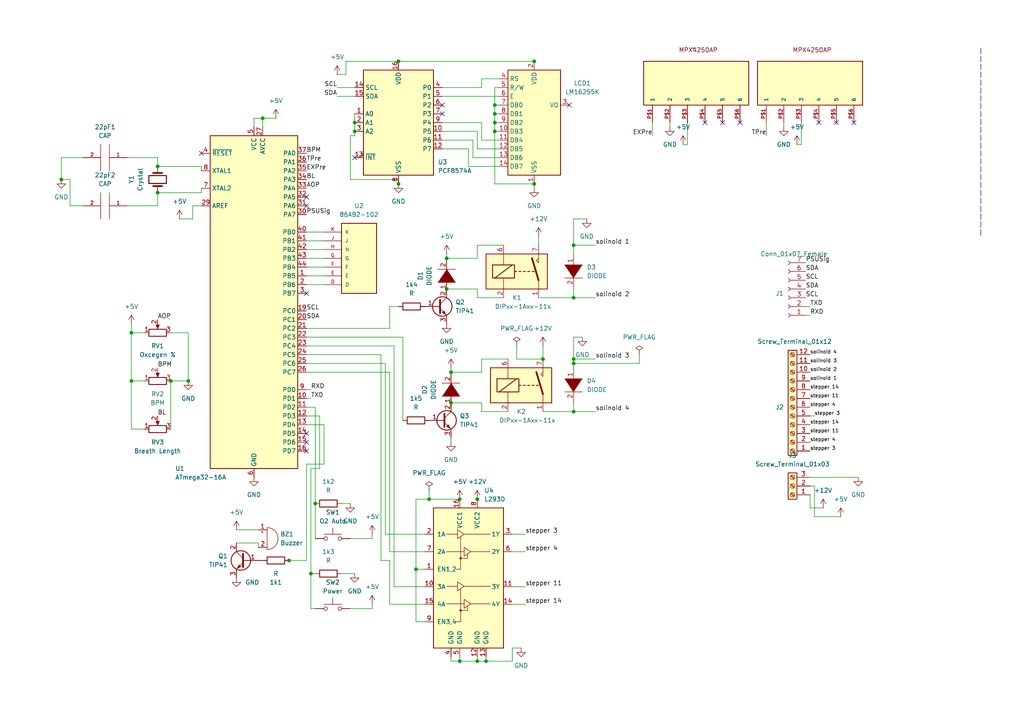
<source format=kicad_sch>
(kicad_sch (version 20211123) (generator eeschema)
  (paper "A4")
  (title_block (title "Smart Ventilator") (date "2022-06-04"))
  (lib_symbols
    (symbol "86AB2-102:86AB2-102" (pin_names (offset 1.016))
      (property "Reference" "U" (at -5.08 10.922 0))
      (property "Value" "86AB2-102" (at -5.08 -10.922 0))
      (symbol "86AB2-102_0_0"
        (pin bidirectional line (at -10.16 7.62 0) (length 5.08) (name "D") (number "D"))
        (pin bidirectional line (at -10.16 5.08 0) (length 5.08) (name "E") (number "E"))
        (pin bidirectional line (at -10.16 2.54 0) (length 5.08) (name "F") (number "F"))
        (pin bidirectional line (at -10.16 0 0) (length 5.08) (name "G") (number "G"))
        (pin bidirectional line (at -10.16 -2.54 0) (length 5.08) (name "H") (number "H"))
        (pin bidirectional line (at -10.16 -5.08 0) (length 5.08) (name "J") (number "J"))
        (pin bidirectional line (at -10.16 -7.62 0) (length 5.08) (name "K") (number "K"))
      )
    )
    (symbol "Connector:Conn_01x07_Female" (pin_names (offset 1.016) hide)
      (property "Reference" "J" (at 0 10.16 0))
      (property "Value" "Conn_01x07_Female" (at 0 -10.16 0))
      (symbol "Conn_01x07_Female_1_1"
        (pin passive line (at -5.08 7.62 0) (length 3.81) (name "Pin_1") (number "1"))
        (pin passive line (at -5.08 5.08 0) (length 3.81) (name "Pin_2") (number "2"))
        (pin passive line (at -5.08 2.54 0) (length 3.81) (name "Pin_3") (number "3"))
        (pin passive line (at -5.08 0 0) (length 3.81) (name "Pin_4") (number "4"))
        (pin passive line (at -5.08 -2.54 0) (length 3.81) (name "Pin_5") (number "5"))
        (pin passive line (at -5.08 -5.08 0) (length 3.81) (name "Pin_6") (number "6"))
        (pin passive line (at -5.08 -7.62 0) (length 3.81) (name "Pin_7") (number "7"))
      )
    )
    (symbol "Connector:Screw_Terminal_01x03" (pin_names (offset 1.016) hide)
      (property "Reference" "J" (at 0 5.08 0))
      (property "Value" "Screw_Terminal_01x03" (at 0 -5.08 0))
      (symbol "Screw_Terminal_01x03_1_1"
        (pin passive line (at -5.08 2.54 0) (length 3.81) (name "Pin_1") (number "1"))
        (pin passive line (at -5.08 0 0) (length 3.81) (name "Pin_2") (number "2"))
        (pin passive line (at -5.08 -2.54 0) (length 3.81) (name "Pin_3") (number "3"))
      )
    )
    (symbol "Connector:Screw_Terminal_01x12" (pin_names (offset 1.016) hide)
      (property "Reference" "J" (at 0 15.24 0))
      (property "Value" "Screw_Terminal_01x12" (at 0 -17.78 0))
      (symbol "Screw_Terminal_01x12_1_1"
        (pin passive line (at -5.08 12.7 0) (length 3.81) (name "Pin_1") (number "1"))
        (pin passive line (at -5.08 -10.16 0) (length 3.81) (name "Pin_10") (number "10"))
        (pin passive line (at -5.08 -12.7 0) (length 3.81) (name "Pin_11") (number "11"))
        (pin passive line (at -5.08 -15.24 0) (length 3.81) (name "Pin_12") (number "12"))
        (pin passive line (at -5.08 10.16 0) (length 3.81) (name "Pin_2") (number "2"))
        (pin passive line (at -5.08 7.62 0) (length 3.81) (name "Pin_3") (number "3"))
        (pin passive line (at -5.08 5.08 0) (length 3.81) (name "Pin_4") (number "4"))
        (pin passive line (at -5.08 2.54 0) (length 3.81) (name "Pin_5") (number "5"))
        (pin passive line (at -5.08 0 0) (length 3.81) (name "Pin_6") (number "6"))
        (pin passive line (at -5.08 -2.54 0) (length 3.81) (name "Pin_7") (number "7"))
        (pin passive line (at -5.08 -5.08 0) (length 3.81) (name "Pin_8") (number "8"))
        (pin passive line (at -5.08 -7.62 0) (length 3.81) (name "Pin_9") (number "9"))
      )
    )
    (symbol "Device:Buzzer" (pin_names (offset 0.0254) hide)
      (property "Reference" "BZ" (at 3.81 1.27 0))
      (property "Value" "Buzzer" (at 3.81 -1.27 0))
      (symbol "Buzzer_1_1"
        (pin passive line (at -2.54 2.54 0) (length 2.54) (name "-") (number "1"))
        (pin passive line (at -2.54 -2.54 0) (length 2.54) (name "+") (number "2"))
      )
    )
    (symbol "Device:Crystal" (pin_numbers hide) (pin_names (offset 1.016) hide)
      (property "Reference" "Y" (at 0 3.81 0))
      (property "Value" "Crystal" (at 0 -3.81 0))
      (symbol "Crystal_1_1"
        (pin passive line (at -3.81 0 0) (length 1.27) (name "1") (number "1"))
        (pin passive line (at 3.81 0 180) (length 1.27) (name "2") (number "2"))
      )
    )
    (symbol "Device:R" (pin_numbers hide) (pin_names (offset 0))
      (property "Reference" "R" (at 2.032 0 90))
      (property "Value" "R" (at 0 0 90))
      (symbol "R_1_1"
        (pin passive line (at 0 3.81 270) (length 1.27) (name "~") (number "1"))
        (pin passive line (at 0 -3.81 90) (length 1.27) (name "~") (number "2"))
      )
    )
    (symbol "Device:R_Potentiometer" (pin_names (offset 1.016) hide)
      (property "Reference" "RV" (at -4.445 0 90))
      (property "Value" "R_Potentiometer" (at -2.54 0 90))
      (symbol "R_Potentiometer_1_1"
        (pin passive line (at 0 3.81 270) (length 1.27) (name "1") (number "1"))
        (pin passive line (at 3.81 0 180) (length 1.27) (name "2") (number "2"))
        (pin passive line (at 0 -3.81 90) (length 1.27) (name "3") (number "3"))
      )
    )
    (symbol "Display_Character:LM16255K"
      (property "Reference" "U" (at -6.35 16.51 0))
      (property "Value" "LM16255K" (at 4.318 16.51 0))
      (symbol "LM16255K_1_1"
        (pin power_in line (at 0 -17.78 90) (length 2.54) (name "VSS") (number "1"))
        (pin bidirectional line (at -10.16 -2.54 0) (length 2.54) (name "DB3") (number "10"))
        (pin bidirectional line (at -10.16 -5.08 0) (length 2.54) (name "DB4") (number "11"))
        (pin bidirectional line (at -10.16 -7.62 0) (length 2.54) (name "DB5") (number "12"))
        (pin bidirectional line (at -10.16 -10.16 0) (length 2.54) (name "DB6") (number "13"))
        (pin bidirectional line (at -10.16 -12.7 0) (length 2.54) (name "DB7") (number "14"))
        (pin power_in line (at 0 17.78 270) (length 2.54) (name "VDD") (number "2"))
        (pin power_in line (at 10.16 5.08 180) (length 2.54) (name "VO") (number "3"))
        (pin input line (at -10.16 12.7 0) (length 2.54) (name "RS") (number "4"))
        (pin input line (at -10.16 10.16 0) (length 2.54) (name "R/W") (number "5"))
        (pin input line (at -10.16 7.62 0) (length 2.54) (name "E") (number "6"))
        (pin bidirectional line (at -10.16 5.08 0) (length 2.54) (name "DB0") (number "7"))
        (pin bidirectional line (at -10.16 2.54 0) (length 2.54) (name "DB1") (number "8"))
        (pin bidirectional line (at -10.16 0 0) (length 2.54) (name "DB2") (number "9"))
      )
    )
    (symbol "Driver_Motor:L293D" (pin_names (offset 1.016))
      (property "Reference" "U" (at -5.08 26.035 0))
      (property "Value" "L293D" (at -5.08 24.13 0))
      (symbol "L293D_1_1"
        (pin input line (at -12.7 5.08 0) (length 2.54) (name "EN1,2") (number "1"))
        (pin input line (at -12.7 0 0) (length 2.54) (name "3A") (number "10"))
        (pin output line (at 12.7 0 180) (length 2.54) (name "3Y") (number "11"))
        (pin power_in line (at 2.54 -20.32 90) (length 2.54) (name "GND") (number "12"))
        (pin power_in line (at 5.08 -20.32 90) (length 2.54) (name "GND") (number "13"))
        (pin output line (at 12.7 -5.08 180) (length 2.54) (name "4Y") (number "14"))
        (pin input line (at -12.7 -5.08 0) (length 2.54) (name "4A") (number "15"))
        (pin power_in line (at -2.54 25.4 270) (length 2.54) (name "VCC1") (number "16"))
        (pin input line (at -12.7 15.24 0) (length 2.54) (name "1A") (number "2"))
        (pin output line (at 12.7 15.24 180) (length 2.54) (name "1Y") (number "3"))
        (pin power_in line (at -5.08 -20.32 90) (length 2.54) (name "GND") (number "4"))
        (pin power_in line (at -2.54 -20.32 90) (length 2.54) (name "GND") (number "5"))
        (pin output line (at 12.7 10.16 180) (length 2.54) (name "2Y") (number "6"))
        (pin input line (at -12.7 10.16 0) (length 2.54) (name "2A") (number "7"))
        (pin power_in line (at 2.54 25.4 270) (length 2.54) (name "VCC2") (number "8"))
        (pin input line (at -12.7 -10.16 0) (length 2.54) (name "EN3,4") (number "9"))
      )
    )
    (symbol "Interface_Expansion:PCF8574A"
      (property "Reference" "U" (at -8.89 16.51 0))
      (property "Value" "PCF8574A" (at 2.54 16.51 0))
      (symbol "PCF8574A_1_1"
        (pin input line (at -12.7 2.54 0) (length 2.54) (name "A0") (number "1"))
        (pin bidirectional line (at 12.7 -2.54 180) (length 2.54) (name "P5") (number "10"))
        (pin bidirectional line (at 12.7 -5.08 180) (length 2.54) (name "P6") (number "11"))
        (pin bidirectional line (at 12.7 -7.62 180) (length 2.54) (name "P7") (number "12"))
        (pin open_collector output_low (at -12.7 -10.16 0) (length 2.54) (name "~{INT}") (number "13"))
        (pin input line (at -12.7 10.16 0) (length 2.54) (name "SCL") (number "14"))
        (pin bidirectional line (at -12.7 7.62 0) (length 2.54) (name "SDA") (number "15"))
        (pin power_in line (at 0 17.78 270) (length 2.54) (name "VDD") (number "16"))
        (pin input line (at -12.7 0 0) (length 2.54) (name "A1") (number "2"))
        (pin input line (at -12.7 -2.54 0) (length 2.54) (name "A2") (number "3"))
        (pin bidirectional line (at 12.7 10.16 180) (length 2.54) (name "P0") (number "4"))
        (pin bidirectional line (at 12.7 7.62 180) (length 2.54) (name "P1") (number "5"))
        (pin bidirectional line (at 12.7 5.08 180) (length 2.54) (name "P2") (number "6"))
        (pin bidirectional line (at 12.7 2.54 180) (length 2.54) (name "P3") (number "7"))
        (pin power_in line (at 0 -17.78 90) (length 2.54) (name "VSS") (number "8"))
        (pin bidirectional line (at 12.7 0 180) (length 2.54) (name "P4") (number "9"))
      )
    )
    (symbol "MCU_Microchip_ATmega:ATmega32-16A"
      (property "Reference" "U" (at -12.7 49.53 0))
      (property "Value" "ATmega32-16A" (at 2.54 -49.53 0))
      (symbol "ATmega32-16A_1_1"
        (pin bidirectional line (at 15.24 7.62 180) (length 2.54) (name "PB5") (number "1"))
        (pin bidirectional line (at 15.24 -27.94 180) (length 2.54) (name "PD1") (number "10"))
        (pin bidirectional line (at 15.24 -30.48 180) (length 2.54) (name "PD2") (number "11"))
        (pin bidirectional line (at 15.24 -33.02 180) (length 2.54) (name "PD3") (number "12"))
        (pin bidirectional line (at 15.24 -35.56 180) (length 2.54) (name "PD4") (number "13"))
        (pin bidirectional line (at 15.24 -38.1 180) (length 2.54) (name "PD5") (number "14"))
        (pin bidirectional line (at 15.24 -40.64 180) (length 2.54) (name "PD6") (number "15"))
        (pin bidirectional line (at 15.24 -43.18 180) (length 2.54) (name "PD7") (number "16"))
        (pin passive line (at 0 50.8 270) (length 2.54) hide (name "VCC") (number "17"))
        (pin passive line (at 0 -50.8 90) (length 2.54) hide (name "GND") (number "18"))
        (pin bidirectional line (at 15.24 -2.54 180) (length 2.54) (name "PC0") (number "19"))
        (pin bidirectional line (at 15.24 5.08 180) (length 2.54) (name "PB6") (number "2"))
        (pin bidirectional line (at 15.24 -5.08 180) (length 2.54) (name "PC1") (number "20"))
        (pin bidirectional line (at 15.24 -7.62 180) (length 2.54) (name "PC2") (number "21"))
        (pin bidirectional line (at 15.24 -10.16 180) (length 2.54) (name "PC3") (number "22"))
        (pin bidirectional line (at 15.24 -12.7 180) (length 2.54) (name "PC4") (number "23"))
        (pin bidirectional line (at 15.24 -15.24 180) (length 2.54) (name "PC5") (number "24"))
        (pin bidirectional line (at 15.24 -17.78 180) (length 2.54) (name "PC6") (number "25"))
        (pin bidirectional line (at 15.24 -20.32 180) (length 2.54) (name "PC7") (number "26"))
        (pin power_in line (at 2.54 50.8 270) (length 2.54) (name "AVCC") (number "27"))
        (pin passive line (at 0 -50.8 90) (length 2.54) hide (name "GND") (number "28"))
        (pin passive line (at -15.24 27.94 0) (length 2.54) (name "AREF") (number "29"))
        (pin bidirectional line (at 15.24 2.54 180) (length 2.54) (name "PB7") (number "3"))
        (pin bidirectional line (at 15.24 25.4 180) (length 2.54) (name "PA7") (number "30"))
        (pin bidirectional line (at 15.24 27.94 180) (length 2.54) (name "PA6") (number "31"))
        (pin bidirectional line (at 15.24 30.48 180) (length 2.54) (name "PA5") (number "32"))
        (pin bidirectional line (at 15.24 33.02 180) (length 2.54) (name "PA4") (number "33"))
        (pin bidirectional line (at 15.24 35.56 180) (length 2.54) (name "PA3") (number "34"))
        (pin bidirectional line (at 15.24 38.1 180) (length 2.54) (name "PA2") (number "35"))
        (pin bidirectional line (at 15.24 40.64 180) (length 2.54) (name "PA1") (number "36"))
        (pin bidirectional line (at 15.24 43.18 180) (length 2.54) (name "PA0") (number "37"))
        (pin passive line (at 0 50.8 270) (length 2.54) hide (name "VCC") (number "38"))
        (pin passive line (at 0 -50.8 90) (length 2.54) hide (name "GND") (number "39"))
        (pin input line (at -15.24 43.18 0) (length 2.54) (name "~{RESET}") (number "4"))
        (pin bidirectional line (at 15.24 20.32 180) (length 2.54) (name "PB0") (number "40"))
        (pin bidirectional line (at 15.24 17.78 180) (length 2.54) (name "PB1") (number "41"))
        (pin bidirectional line (at 15.24 15.24 180) (length 2.54) (name "PB2") (number "42"))
        (pin bidirectional line (at 15.24 12.7 180) (length 2.54) (name "PB3") (number "43"))
        (pin bidirectional line (at 15.24 10.16 180) (length 2.54) (name "PB4") (number "44"))
        (pin power_in line (at 0 50.8 270) (length 2.54) (name "VCC") (number "5"))
        (pin power_in line (at 0 -50.8 90) (length 2.54) (name "GND") (number "6"))
        (pin output line (at -15.24 33.02 0) (length 2.54) (name "XTAL2") (number "7"))
        (pin input line (at -15.24 38.1 0) (length 2.54) (name "XTAL1") (number "8"))
        (pin bidirectional line (at 15.24 -25.4 180) (length 2.54) (name "PD0") (number "9"))
      )
    )
    (symbol "MPX4250AP:MPX4250AP" (pin_names (offset 1.016))
      (symbol "MPX4250AP_0_0"
        (text "MPX4250AP" (at -5.08 7.62 0) (effects (font (size 1.27 1.27)) (justify left bottom)))
        (pin bidirectional line (at -12.7 -12.7 90) (length 5.08) (name "1") (number "P$1"))
        (pin bidirectional line (at -7.62 -12.7 90) (length 5.08) (name "2") (number "P$2"))
        (pin bidirectional line (at -2.54 -12.7 90) (length 5.08) (name "3") (number "P$3"))
        (pin bidirectional line (at 2.54 -12.7 90) (length 5.08) (name "4") (number "P$4"))
        (pin bidirectional line (at 7.62 -12.7 90) (length 5.08) (name "5") (number "P$5"))
        (pin bidirectional line (at 12.7 -12.7 90) (length 5.08) (name "6") (number "P$6"))
      )
    )
    (symbol "Relay:DIPxx-1Axx-11x"
      (property "Reference" "K" (at 8.89 3.81 0))
      (property "Value" "DIPxx-1Axx-11x" (at 8.89 1.27 0))
      (symbol "DIPxx-1Axx-11x_1_1"
        (pin passive line (at 5.08 -7.62 90) (length 2.54) (name "~") (number "1"))
        (pin passive line (at 5.08 -7.62 90) (length 2.54) hide (name "~") (number "14"))
        (pin passive line (at -5.08 -7.62 90) (length 2.54) (name "~") (number "2"))
        (pin passive line (at -5.08 7.62 270) (length 2.54) (name "~") (number "6"))
        (pin passive line (at 5.08 7.62 270) (length 2.54) (name "~") (number "7"))
        (pin passive line (at 5.08 7.62 270) (length 2.54) hide (name "~") (number "8"))
      )
    )
    (symbol "Switch:SW_Push" (pin_numbers hide) (pin_names (offset 1.016) hide)
      (property "Reference" "SW" (at 1.27 2.54 0))
      (property "Value" "SW_Push" (at 0 -1.524 0))
      (symbol "SW_Push_0_1"
        (pin passive line (at -5.08 0 0) (length 2.54) (name "1") (number "1"))
        (pin passive line (at 5.08 0 180) (length 2.54) (name "2") (number "2"))
      )
    )
    (symbol "Transistor_BJT:TIP41" (pin_names (offset 0) hide)
      (property "Reference" "Q" (at 6.35 1.905 0))
      (property "Value" "TIP41" (at 6.35 0 0))
      (symbol "TIP41_1_1"
        (pin input line (at -5.08 0 0) (length 5.715) (name "B") (number "1"))
        (pin passive line (at 2.54 5.08 270) (length 2.54) (name "C") (number "2"))
        (pin passive line (at 2.54 -5.08 90) (length 2.54) (name "E") (number "3"))
      )
    )
    (symbol "power:+12V" (power) (pin_names (offset 0))
      (property "Value" "+12V" (at 0 3.556 0))
      (symbol "+12V_1_1"
        (pin power_in line (at 0 0 90) (length 0) hide (name "+12V") (number "1"))
      )
    )
    (symbol "power:+5V" (power) (pin_names (offset 0))
      (property "Value" "+5V" (at 0 3.556 0))
      (symbol "+5V_1_1"
        (pin power_in line (at 0 0 90) (length 0) hide (name "+5V") (number "1"))
      )
    )
    (symbol "power:GND" (power) (pin_names (offset 0))
      (property "Value" "GND" (at 0 -3.81 0))
      (symbol "GND_1_1"
        (pin power_in line (at 0 0 270) (length 0) hide (name "GND") (number "1"))
      )
    )
    (symbol "power:PWR_FLAG" (power) (pin_numbers hide) (pin_names (offset 0) hide)
      (property "Value" "PWR_FLAG" (at 0 3.81 0))
      (symbol "PWR_FLAG_0_0"
        (pin power_out line (at 0 0 90) (length 0) (name "pwr") (number "1"))
      )
    )
    (symbol "pspice:CAP" (pin_names (offset 0.254))
      (property "Reference" "C" (at 2.54 3.81 90))
      (property "Value" "CAP" (at 2.54 -3.81 90))
      (symbol "CAP_1_1"
        (pin passive line (at 0 6.35 270) (length 5.08) (name "~") (number "1"))
        (pin passive line (at 0 -6.35 90) (length 5.08) (name "~") (number "2"))
      )
    )
    (symbol "pspice:DIODE" (pin_names (offset 1.016) hide)
      (property "Reference" "D" (at 0 3.81 0))
      (property "Value" "DIODE" (at 0 -4.445 0))
      (symbol "DIODE_1_1"
        (pin input line (at -5.08 0 0) (length 3.81) (name "K") (number "1"))
        (pin input line (at 5.08 0 180) (length 3.81) (name "A") (number "2"))
      )
    )
  )
  (junction (at 166.37 119.38))
  (junction (at 45.72 55.88))
  (junction (at 54.61 110.49))
  (junction (at 49.53 110.49))
  (junction (at 90.17 166.37))
  (junction (at 166.37 86.36))
  (junction (at 130.81 116.84))
  (junction (at 45.72 48.26))
  (junction (at 17.78 52.07))
  (junction (at 143.51 33.02))
  (junction (at 120.65 165.1))
  (junction (at 138.43 191.77))
  (junction (at 76.2 34.29))
  (junction (at 143.51 38.1))
  (junction (at 83.82 162.56))
  (junction (at 129.54 74.93))
  (junction (at 154.94 17.78))
  (junction (at 133.35 144.78))
  (junction (at 115.57 17.78))
  (junction (at 38.1 96.52))
  (junction (at 91.44 146.05))
  (junction (at 102.87 38.1))
  (junction (at 166.37 71.12))
  (junction (at 143.51 30.48))
  (junction (at 157.48 104.14))
  (junction (at 115.57 53.34))
  (junction (at 166.37 104.14))
  (junction (at 140.97 191.77))
  (junction (at 154.94 53.34))
  (junction (at 138.43 144.78))
  (junction (at 124.46 144.78))
  (junction (at 143.51 35.56))
  (junction (at 129.54 83.82))
  (junction (at 133.35 191.77))
  (junction (at 130.81 107.95))
  (junction (at 166.37 105.41))
  (junction (at 102.87 35.56))
  (junction (at 38.1 110.49))
  (no_connect (at 209.55 35.56))
  (no_connect (at 204.47 35.56))
  (no_connect (at 237.49 35.56))
  (no_connect (at 247.65 35.56))
  (no_connect (at 242.57 35.56))
  (no_connect (at 88.9 57.15))
  (no_connect (at 102.87 45.72))
  (no_connect (at 214.63 35.56))
  (no_connect (at 58.42 44.45))
  (no_connect (at 88.9 85.09))
  (no_connect (at 88.9 59.69))
  (no_connect (at 88.9 125.73))
  (no_connect (at 88.9 130.81))
  (no_connect (at 88.9 128.27))
  (no_connect (at 165.1 30.48))
  (no_connect (at 128.27 30.48))
  (no_connect (at 128.27 33.02))
  (wire (pts (xy 111.76 105.41) (xy 111.76 154.94)))
  (wire (pts (xy 91.44 118.11) (xy 91.44 146.05)))
  (wire (pts (xy 138.43 43.18) (xy 144.78 43.18)))
  (wire (pts (xy 138.43 74.93) (xy 138.43 71.12)))
  (wire (pts (xy 172.72 104.14) (xy 166.37 104.14)))
  (wire (pts (xy 194.31 35.56) (xy 194.31 36.83)))
  (wire (pts (xy 130.81 191.77) (xy 133.35 191.77)))
  (wire (pts (xy 90.17 166.37) (xy 90.17 176.53)))
  (wire (pts (xy 88.9 123.19) (xy 93.98 123.19)))
  (wire (pts (xy 101.6 39.37) (xy 101.6 52.07)))
  (wire (pts (xy 139.7 40.64) (xy 144.78 40.64)))
  (wire (pts (xy 58.42 48.26) (xy 58.42 49.53)))
  (wire (pts (xy 139.7 35.56) (xy 139.7 40.64)))
  (wire (pts (xy 139.7 107.95) (xy 139.7 104.14)))
  (wire (pts (xy 143.51 38.1) (xy 144.78 38.1)))
  (wire (pts (xy 55.88 63.5) (xy 55.88 59.69)))
  (wire (pts (xy 149.86 104.14) (xy 157.48 104.14)))
  (wire (pts (xy 73.66 34.29) (xy 76.2 34.29)))
  (wire (pts (xy 97.79 27.94) (xy 102.87 27.94)))
  (wire (pts (xy 130.81 106.68) (xy 130.81 107.95)))
  (wire (pts (xy 88.9 115.57) (xy 90.17 115.57)))
  (wire (pts (xy 36.83 59.69) (xy 45.72 59.69)))
  (wire (pts (xy 124.46 142.24) (xy 124.46 144.78)))
  (wire (pts (xy 234.95 143.51) (xy 234.95 147.32)))
  (wire (pts (xy 74.93 157.48) (xy 74.93 158.75)))
  (wire (pts (xy 123.19 165.1) (xy 120.65 165.1)))
  (wire (pts (xy 133.35 191.77) (xy 138.43 191.77)))
  (wire (pts (xy 88.9 100.33) (xy 114.3 100.33)))
  (wire (pts (xy 102.87 39.37) (xy 101.6 39.37)))
  (wire (pts (xy 88.9 74.93) (xy 93.98 74.93)))
  (wire (pts (xy 55.88 63.5) (xy 52.07 63.5)))
  (wire (pts (xy 157.48 119.38) (xy 166.37 119.38)))
  (wire (pts (xy 102.87 38.1) (xy 102.87 39.37)))
  (wire (pts (xy 88.9 95.25) (xy 113.03 95.25)))
  (wire (pts (xy 107.95 156.21) (xy 107.95 154.94)))
  (wire (pts (xy 166.37 73.66) (xy 166.37 71.12)))
  (wire (pts (xy 148.59 191.77) (xy 148.59 187.96)))
  (wire (pts (xy 97.79 21.59) (xy 100.33 21.59)))
  (wire (pts (xy 138.43 191.77) (xy 140.97 191.77)))
  (wire (pts (xy 17.78 52.07) (xy 17.78 45.72)))
  (wire (pts (xy 123.19 88.9) (xy 121.92 88.9)))
  (wire (pts (xy 90.17 176.53) (xy 91.44 176.53)))
  (wire (pts (xy 115.57 17.78) (xy 154.94 17.78)))
  (wire (pts (xy 130.81 118.11) (xy 130.81 116.84)))
  (wire (pts (xy 101.6 52.07) (xy 115.57 52.07)))
  (wire (pts (xy 138.43 83.82) (xy 129.54 83.82)))
  (wire (pts (xy 128.27 35.56) (xy 139.7 35.56)))
  (wire (pts (xy 113.03 107.95) (xy 113.03 160.02)))
  (wire (pts (xy 24.13 59.69) (xy 20.32 59.69)))
  (wire (pts (xy 234.95 88.9) (xy 233.68 88.9)))
  (wire (pts (xy 172.72 119.38) (xy 166.37 119.38)))
  (wire (pts (xy 45.72 55.88) (xy 58.42 55.88)))
  (wire (pts (xy 68.58 153.67) (xy 74.93 153.67)))
  (wire (pts (xy 143.51 33.02) (xy 143.51 35.56)))
  (wire (pts (xy 73.66 36.83) (xy 73.66 34.29)))
  (wire (pts (xy 143.51 35.56) (xy 144.78 35.56)))
  (wire (pts (xy 128.27 43.18) (xy 135.89 43.18)))
  (wire (pts (xy 140.97 190.5) (xy 140.97 191.77)))
  (wire (pts (xy 110.49 102.87) (xy 110.49 162.56)))
  (wire (pts (xy 138.43 71.12) (xy 146.05 71.12)))
  (wire (pts (xy 107.95 176.53) (xy 107.95 175.26)))
  (wire (pts (xy 236.22 140.97) (xy 234.95 140.97)))
  (wire (pts (xy 110.49 162.56) (xy 113.03 162.56)))
  (wire (pts (xy 138.43 38.1) (xy 138.43 43.18)))
  (wire (pts (xy 128.27 40.64) (xy 137.16 40.64)))
  (wire (pts (xy 166.37 86.36) (xy 166.37 83.82)))
  (wire (pts (xy 97.79 25.4) (xy 102.87 25.4)))
  (wire (pts (xy 101.6 146.05) (xy 99.06 146.05)))
  (wire (pts (xy 88.9 134.62) (xy 88.9 162.56)))
  (wire (pts (xy 130.81 107.95) (xy 139.7 107.95)))
  (wire (pts (xy 101.6 176.53) (xy 107.95 176.53)))
  (wire (pts (xy 189.23 35.56) (xy 189.23 39.37)))
  (wire (pts (xy 138.43 146.05) (xy 138.43 144.78)))
  (wire (pts (xy 140.97 191.77) (xy 148.59 191.77)))
  (wire (pts (xy 45.72 48.26) (xy 58.42 48.26)))
  (wire (pts (xy 82.55 162.56) (xy 83.82 162.56)))
  (wire (pts (xy 130.81 128.27) (xy 130.81 127)))
  (wire (pts (xy 166.37 63.5) (xy 170.18 63.5)))
  (wire (pts (xy 133.35 190.5) (xy 133.35 191.77)))
  (wire (pts (xy 166.37 119.38) (xy 166.37 116.84)))
  (wire (pts (xy 49.53 96.52) (xy 54.61 96.52)))
  (wire (pts (xy 49.53 110.49) (xy 54.61 110.49)))
  (wire (pts (xy 54.61 96.52) (xy 54.61 110.49)))
  (wire (pts (xy 88.9 105.41) (xy 111.76 105.41)))
  (wire (pts (xy 139.7 22.86) (xy 144.78 22.86)))
  (wire (pts (xy 68.58 157.48) (xy 74.93 157.48)))
  (wire (pts (xy 113.03 162.56) (xy 113.03 175.26)))
  (wire (pts (xy 234.95 91.44) (xy 233.68 91.44)))
  (wire (pts (xy 148.59 154.94) (xy 152.4 154.94)))
  (wire (pts (xy 166.37 97.79) (xy 166.37 104.14)))
  (wire (pts (xy 156.21 86.36) (xy 166.37 86.36)))
  (wire (pts (xy 93.98 134.62) (xy 88.9 134.62)))
  (wire (pts (xy 113.03 175.26) (xy 123.19 175.26)))
  (wire (pts (xy 143.51 38.1) (xy 143.51 53.34)))
  (wire (pts (xy 129.54 85.09) (xy 129.54 83.82)))
  (wire (pts (xy 91.44 146.05) (xy 91.44 156.21)))
  (wire (pts (xy 88.9 77.47) (xy 93.98 77.47)))
  (wire (pts (xy 148.59 175.26) (xy 152.4 175.26)))
  (wire (pts (xy 130.81 190.5) (xy 130.81 191.77)))
  (wire (pts (xy 154.94 54.61) (xy 154.94 53.34)))
  (wire (pts (xy 114.3 100.33) (xy 114.3 170.18)))
  (wire (pts (xy 156.21 68.58) (xy 156.21 71.12)))
  (wire (pts (xy 88.9 80.01) (xy 93.98 80.01)))
  (wire (pts (xy 90.17 135.89) (xy 90.17 166.37)))
  (wire (pts (xy 36.83 45.72) (xy 45.72 45.72)))
  (wire (pts (xy 102.87 33.02) (xy 102.87 35.56)))
  (wire (pts (xy 88.9 69.85) (xy 93.98 69.85)))
  (wire (pts (xy 114.3 170.18) (xy 123.19 170.18)))
  (wire (pts (xy 138.43 190.5) (xy 138.43 191.77)))
  (wire (pts (xy 38.1 93.98) (xy 38.1 96.52)))
  (wire (pts (xy 41.91 124.46) (xy 38.1 124.46)))
  (wire (pts (xy 199.39 41.91) (xy 198.12 41.91)))
  (wire (pts (xy 139.7 119.38) (xy 139.7 116.84)))
  (wire (pts (xy 166.37 71.12) (xy 172.72 71.12)))
  (wire (pts (xy 55.88 59.69) (xy 58.42 59.69)))
  (wire (pts (xy 135.89 43.18) (xy 135.89 48.26)))
  (wire (pts (xy 115.57 52.07) (xy 115.57 53.34)))
  (wire (pts (xy 128.27 25.4) (xy 139.7 25.4)))
  (wire (pts (xy 166.37 86.36) (xy 172.72 86.36)))
  (wire (pts (xy 138.43 86.36) (xy 138.43 83.82)))
  (wire (pts (xy 129.54 73.66) (xy 129.54 74.93)))
  (wire (pts (xy 185.42 105.41) (xy 166.37 105.41)))
  (wire (pts (xy 92.71 120.65) (xy 92.71 135.89)))
  (wire (pts (xy 147.32 119.38) (xy 139.7 119.38)))
  (wire (pts (xy 90.17 166.37) (xy 91.44 166.37)))
  (wire (pts (xy 92.71 135.89) (xy 90.17 135.89)))
  (wire (pts (xy 113.03 95.25) (xy 113.03 88.9)))
  (wire (pts (xy 128.27 38.1) (xy 138.43 38.1)))
  (wire (pts (xy 137.16 40.64) (xy 137.16 45.72)))
  (wire (pts (xy 222.25 35.56) (xy 222.25 39.37)))
  (wire (pts (xy 148.59 187.96) (xy 151.13 187.96)))
  (wire (pts (xy 20.32 59.69) (xy 20.32 52.07)))
  (wire (pts (xy 38.1 110.49) (xy 38.1 96.52)))
  (wire (pts (xy 199.39 35.56) (xy 199.39 41.91)))
  (wire (pts (xy 120.65 165.1) (xy 120.65 144.78)))
  (wire (pts (xy 139.7 104.14) (xy 147.32 104.14)))
  (wire (pts (xy 93.98 123.19) (xy 93.98 134.62)))
  (wire (pts (xy 234.95 147.32) (xy 238.76 147.32)))
  (wire (pts (xy 135.89 48.26) (xy 144.78 48.26)))
  (wire (pts (xy 88.9 113.03) (xy 90.17 113.03)))
  (wire (pts (xy 83.82 162.56) (xy 88.9 162.56)))
  (wire (pts (xy 128.27 27.94) (xy 144.78 27.94)))
  (wire (pts (xy 144.78 25.4) (xy 143.51 25.4)))
  (wire (pts (xy 144.78 30.48) (xy 143.51 30.48)))
  (wire (pts (xy 49.53 110.49) (xy 49.53 124.46)))
  (wire (pts (xy 102.87 35.56) (xy 102.87 38.1)))
  (wire (pts (xy 76.2 36.83) (xy 76.2 34.29)))
  (wire (pts (xy 143.51 25.4) (xy 143.51 30.48)))
  (wire (pts (xy 166.37 63.5) (xy 166.37 71.12)))
  (wire (pts (xy 116.84 97.79) (xy 116.84 121.92)))
  (wire (pts (xy 143.51 30.48) (xy 143.51 33.02)))
  (wire (pts (xy 88.9 118.11) (xy 91.44 118.11)))
  (wire (pts (xy 154.94 17.78) (xy 154.94 19.05)))
  (wire (pts (xy 139.7 116.84) (xy 130.81 116.84)))
  (wire (pts (xy 124.46 121.92) (xy 123.19 121.92)))
  (wire (pts (xy 166.37 106.68) (xy 166.37 105.41)))
  (wire (pts (xy 232.41 41.91) (xy 231.14 41.91)))
  (wire (pts (xy 58.42 55.88) (xy 58.42 54.61)))
  (wire (pts (xy 45.72 45.72) (xy 45.72 48.26)))
  (wire (pts (xy 139.7 25.4) (xy 139.7 22.86)))
  (wire (pts (xy 101.6 156.21) (xy 107.95 156.21)))
  (wire (pts (xy 243.84 149.86) (xy 236.22 149.86)))
  (wire (pts (xy 124.46 144.78) (xy 133.35 144.78)))
  (wire (pts (xy 120.65 144.78) (xy 124.46 144.78)))
  (polyline (pts (xy 284.48 13.97) (xy 284.48 68.58)))
  (wire (pts (xy 76.2 34.29) (xy 80.01 34.29)))
  (wire (pts (xy 88.9 102.87) (xy 110.49 102.87)))
  (wire (pts (xy 88.9 82.55) (xy 93.98 82.55)))
  (wire (pts (xy 88.9 67.31) (xy 93.98 67.31)))
  (wire (pts (xy 234.95 138.43) (xy 248.92 138.43)))
  (wire (pts (xy 115.57 17.78) (xy 100.33 17.78)))
  (wire (pts (xy 146.05 86.36) (xy 138.43 86.36)))
  (wire (pts (xy 45.72 59.69) (xy 45.72 55.88)))
  (wire (pts (xy 232.41 35.56) (xy 232.41 41.91)))
  (wire (pts (xy 236.22 120.65) (xy 234.95 120.65)))
  (wire (pts (xy 38.1 124.46) (xy 38.1 110.49)))
  (wire (pts (xy 120.65 180.34) (xy 120.65 165.1)))
  (wire (pts (xy 38.1 96.52) (xy 41.91 96.52)))
  (wire (pts (xy 88.9 120.65) (xy 92.71 120.65)))
  (wire (pts (xy 41.91 110.49) (xy 38.1 110.49)))
  (wire (pts (xy 88.9 97.79) (xy 116.84 97.79)))
  (polyline (pts (xy 200.66 13.97) (xy 201.93 13.97)))
  (wire (pts (xy 88.9 72.39) (xy 93.98 72.39)))
  (wire (pts (xy 227.33 35.56) (xy 227.33 36.83)))
  (wire (pts (xy 148.59 160.02) (xy 152.4 160.02)))
  (wire (pts (xy 100.33 17.78) (xy 100.33 21.59)))
  (wire (pts (xy 185.42 102.87) (xy 185.42 105.41)))
  (wire (pts (xy 143.51 35.56) (xy 143.51 38.1)))
  (wire (pts (xy 143.51 33.02) (xy 144.78 33.02)))
  (wire (pts (xy 148.59 170.18) (xy 152.4 170.18)))
  (wire (pts (xy 157.48 100.33) (xy 157.48 104.14)))
  (wire (pts (xy 129.54 74.93) (xy 138.43 74.93)))
  (wire (pts (xy 123.19 180.34) (xy 120.65 180.34)))
  (wire (pts (xy 113.03 88.9) (xy 115.57 88.9)))
  (wire (pts (xy 20.32 52.07) (xy 17.78 52.07)))
  (wire (pts (xy 166.37 105.41) (xy 166.37 104.14)))
  (wire (pts (xy 137.16 45.72) (xy 144.78 45.72)))
  (wire (pts (xy 113.03 160.02) (xy 123.19 160.02)))
  (wire (pts (xy 88.9 107.95) (xy 113.03 107.95)))
  (wire (pts (xy 236.22 149.86) (xy 236.22 140.97)))
  (wire (pts (xy 17.78 45.72) (xy 24.13 45.72)))
  (wire (pts (xy 149.86 100.33) (xy 149.86 104.14)))
  (wire (pts (xy 143.51 53.34) (xy 154.94 53.34)))
  (wire (pts (xy 111.76 154.94) (xy 123.19 154.94)))
  (wire (pts (xy 102.87 166.37) (xy 99.06 166.37)))
  (wire (pts (xy 168.91 97.79) (xy 166.37 97.79)))
  (text "Body Temperature" (at 467.36 104.14 0) (effects (font (size 1.27 1.27)) (justify left bottom)))
  (text "Heart Rate & Spo2 " (at 461.01 207.01 0) (effects (font (size 1.27 1.27)) (justify left bottom)))
  (label "EXPre" (at 189.23 39.37 180))
  (label "stepper 11" (at 234.95 115.57 0) (effects (font (size 1 1))))
  (label "stepper 3" (at 234.95 130.81 0) (effects (font (size 1 1))))
  (label "solinoid 4" (at 172.72 119.38 0))
  (label "SCL" (at 233.68 86.36 0))
  (label "stepper 3" (at 236.22 120.65 0) (effects (font (size 1 1))))
  (label "stepper 3" (at 152.4 154.94 0))
  (label "stepper 14" (at 234.95 113.03 0) (effects (font (size 1 1))))
  (label "TXD" (at 234.95 88.9 0))
  (label "AOP" (at 88.9 54.61 0))
  (label "TPre" (at 88.9 46.99 0))
  (label "stepper 4" (at 152.4 160.02 0))
  (label "solinoid 1" (at 172.72 71.12 0))
  (label "SDA" (at 233.68 83.82 0))
  (label "BL" (at 45.72 120.65 0))
  (label "solinoid 4" (at 234.95 102.87 0) (effects (font (size 1 1))))
  (label "TPre" (at 222.25 39.37 180))
  (label "solinoid 3" (at 172.72 104.14 0))
  (label "PSUSig" (at 233.68 76.2 0))
  (label "AOP" (at 45.72 92.71 0))
  (label "BPM" (at 45.72 106.68 0))
  (label "SDA" (at 88.9 92.71 0))
  (label "stepper 14" (at 152.4 175.26 0))
  (label "SCL" (at 97.79 25.4 180))
  (label "TXD" (at 90.17 115.57 0))
  (label "solinoid 2" (at 172.72 86.36 0))
  (label "stepper 11" (at 152.4 170.18 0))
  (label "SDA" (at 233.68 78.74 0))
  (label "SCL" (at 233.68 81.28 0))
  (label "RXD" (at 234.95 91.44 0))
  (label "stepper 4" (at 234.95 128.27 0) (effects (font (size 1 1))))
  (label "solinoid 3" (at 234.95 105.41 0) (effects (font (size 1 1))))
  (label "stepper 14" (at 234.95 123.19 0) (effects (font (size 1 1))))
  (label "SDA" (at 97.79 27.94 180))
  (label "SCL" (at 88.9 90.17 0))
  (label "solinoid 1" (at 234.95 110.49 0) (effects (font (size 1 1))))
  (label "BPM" (at 88.9 44.45 0))
  (label "PSUSig" (at 88.9 62.23 0))
  (label "EXPre" (at 88.9 49.53 0))
  (label "solinoid 2" (at 234.95 107.95 0) (effects (font (size 1 1))))
  (label "stepper 11" (at 234.95 125.73 0) (effects (font (size 1 1))))
  (label "stepper 4" (at 234.95 118.11 0) (effects (font (size 1 1))))
  (label "RXD" (at 90.17 113.03 0))
  (label "BL" (at 88.9 52.07 0))
  (symbol (lib_id "power:GND") (at 129.54 93.98 0) (unit 1)
    (property "Reference" "#PWR016" (effects hide))
    (property "Value" "GND" (at 129.54 99.06 0))
  )
  (symbol (lib_id "Device:R") (at 80.01 162.56 270) (unit 1)
    (property "Reference" "1k1" (at 80.01 168.91 90))
    (property "Value" "R" (at 80.01 166.37 90))
    (property "Footprint" "Resistor_THT:R_Axial_DIN0207_L6.3mm_D2.5mm_P10.16mm_Horizontal" (effects hide))
  )
  (symbol (lib_id "power:GND") (at 130.81 128.27 0) (unit 1)
    (property "Reference" "#PWR018" (effects hide))
    (property "Value" "GND" (at 130.81 133.35 0))
  )
  (symbol (lib_id "power:GND") (at 68.58 167.64 0) (unit 1)
    (property "Reference" "#PWR06" (effects hide))
    (property "Value" "GND" (at 71.12 168.9099 0) (effects (justify left)))
  )
  (symbol (lib_id "pspice:DIODE") (at 129.54 80.01 90) (unit 1)
    (property "Reference" "D1" (at 121.92 80.01 0))
    (property "Value" "DIODE" (at 124.46 80.01 0))
    (property "Footprint" "Diode_SMD:D_0201_0603Metric" (effects hide))
  )
  (symbol (lib_id "86AB2-102:86AB2-102") (at 104.14 74.93 0) (mirror x) (unit 1)
    (property "Reference" "U2" (at 104.14 59.69 0))
    (property "Value" "86AB2-102" (at 104.14 62.23 0))
    (property "Footprint" "footprint:KEYPAD_86AB2-102" (effects hide))
    (property "MANUFACTURER" "Grayhill" (effects hide))
    (property "MAXIMUM_PACKAGE_HEIGHT" "9.39 mm" (effects hide))
    (property "STANDARD" "IPC7351B" (effects hide))
  )
  (symbol (lib_id "power:+5V") (at 130.81 106.68 0) (unit 1)
    (property "Reference" "#PWR017" (effects hide))
    (property "Value" "+5V" (at 130.81 101.6 0))
  )
  (symbol (lib_id "Device:Crystal") (at 45.72 52.07 90) (unit 1)
    (property "Reference" "Y1" (at 38.1 52.07 0))
    (property "Value" "Crystal" (at 40.64 52.07 0))
    (property "Footprint" "Crystal:Crystal_AT310_D3.0mm_L10.0mm_Horizontal" (effects hide))
  )
  (symbol (lib_id "Device:R") (at 120.65 121.92 90) (unit 1)
    (property "Reference" "1k5" (at 120.65 115.57 90))
    (property "Value" "R" (at 120.65 118.11 90))
    (property "Footprint" "Resistor_THT:R_Axial_DIN0207_L6.3mm_D2.5mm_P10.16mm_Horizontal" (effects hide))
  )
  (symbol (lib_id "power:+5V") (at 133.35 144.78 0) (unit 1)
    (property "Reference" "#PWR019" (effects hide))
    (property "Value" "+5V" (at 133.35 139.7 0))
  )
  (symbol (lib_id "power:PWR_FLAG") (at 185.42 102.87 0) (unit 1)
    (property "Reference" "#FLG03" (effects hide))
    (property "Value" "PWR_FLAG" (at 185.42 97.79 0))
  )
  (symbol (lib_id "power:+5V") (at 97.79 21.59 0) (unit 1)
    (property "Reference" "#PWR09" (effects hide))
    (property "Value" "+5V" (at 97.79 16.51 0))
  )
  (symbol (lib_id "power:GND") (at 73.66 138.43 0) (unit 1)
    (property "Reference" "#PWR07" (effects hide))
    (property "Value" "GND" (at 73.66 143.51 0))
  )
  (symbol (lib_id "power:+12V") (at 156.21 68.58 0) (unit 1)
    (property "Reference" "#PWR023" (effects hide))
    (property "Value" "+12V" (at 156.21 63.5 0))
  )
  (symbol (lib_id "power:GND") (at 194.31 36.83 0) (unit 1)
    (property "Reference" "#PWR027" (effects hide))
    (property "Value" "GND" (at 194.31 41.91 0))
  )
  (symbol (lib_id "MPX4250AP:MPX4250AP") (at 201.93 22.86 0) (unit 1)
    (property "Reference" "U5" (effects hide))
    (property "Value" "MPX4250AP" (effects hide))
    (property "Footprint" "footprint:MPX4250AP" (effects hide))
  )
  (symbol (lib_id "power:+5V") (at 198.12 41.91 0) (unit 1)
    (property "Reference" "#PWR028" (effects hide))
    (property "Value" "+5V" (at 198.12 36.83 0))
  )
  (symbol (lib_id "Device:R_Potentiometer") (at 45.72 124.46 90) (unit 1)
    (property "Reference" "RV3" (at 45.72 128.27 90))
    (property "Value" "Breath Length" (at 45.72 130.81 90))
    (property "Footprint" "Potentiometer_SMD:Potentiometer_Bourns_3269W_Vertical" (effects hide))
  )
  (symbol (lib_id "Switch:SW_Push") (at 96.52 176.53 0) (unit 1)
    (property "Reference" "SW2" (at 96.52 168.91 0))
    (property "Value" "Power" (at 96.52 171.45 0))
    (property "Footprint" "Button_Switch_SMD:SW_Push_1P1T_NO_6x6mm_H9.5mm" (effects hide))
  )
  (symbol (lib_id "Device:R") (at 95.25 146.05 90) (unit 1)
    (property "Reference" "1k2" (at 95.25 139.7 90))
    (property "Value" "R" (at 95.25 142.24 90))
    (property "Footprint" "Resistor_THT:R_Axial_DIN0207_L6.3mm_D2.5mm_P10.16mm_Horizontal" (effects hide))
  )
  (symbol (lib_id "power:+5V") (at 68.58 153.67 0) (unit 1)
    (property "Reference" "#PWR05" (effects hide))
    (property "Value" "+5V" (at 68.58 148.59 0))
  )
  (symbol (lib_id "Transistor_BJT:TIP41") (at 128.27 121.92 0) (unit 1)
    (property "Reference" "Q3" (at 133.35 120.6499 0) (effects (justify left)))
    (property "Value" "TIP41" (at 133.35 123.1899 0) (effects (justify left)))
    (property "Footprint" "Package_TO_SOT_THT:TO-220-3_Vertical" (effects hide))
    (property "Datasheet" "https://www.centralsemi.com/get_document.php?cmp=1&mergetype=pd&mergepath=pd&pdf_id=tip41.PDF" (effects hide))
  )
  (symbol (lib_id "Device:R_Potentiometer") (at 45.72 96.52 90) (unit 1)
    (property "Reference" "RV1" (at 45.72 100.33 90))
    (property "Value" "Oxcegen %" (at 45.72 102.87 90))
    (property "Footprint" "Potentiometer_SMD:Potentiometer_Bourns_3269W_Vertical" (effects hide))
  )
  (symbol (lib_id "power:+12V") (at 138.43 144.78 0) (unit 1)
    (property "Reference" "#PWR020" (effects hide))
    (property "Value" "+12V" (at 138.43 139.7 0))
  )
  (symbol (lib_id "Device:R") (at 119.38 88.9 90) (unit 1)
    (property "Reference" "1k4" (at 119.38 82.55 90))
    (property "Value" "R" (at 119.38 85.09 90))
    (property "Footprint" "Resistor_THT:R_Axial_DIN0207_L6.3mm_D2.5mm_P10.16mm_Horizontal" (effects hide))
  )
  (symbol (lib_id "Connector:Screw_Terminal_01x12") (at 229.87 118.11 180) (unit 1)
    (property "Reference" "J2" (at 227.33 118.1101 0) (effects (justify left)))
    (property "Value" "Screw_Terminal_01x12" (at 241.3 99.06 0) (effects (justify left)))
    (property "Footprint" "TerminalBlock_4Ucon:TerminalBlock_4Ucon_1x12_P3.50mm_Horizontal" (effects hide))
  )
  (symbol (lib_id "power:GND") (at 102.87 166.37 0) (unit 1)
    (property "Reference" "#PWR011" (effects hide))
    (property "Value" "GND" (at 102.87 171.45 0))
  )
  (symbol (lib_id "power:GND") (at 170.18 63.5 0) (unit 1)
    (property "Reference" "#PWR026" (effects hide))
    (property "Value" "GND" (at 170.18 68.58 0))
  )
  (symbol (lib_id "power:GND") (at 151.13 187.96 0) (unit 1)
    (property "Reference" "#PWR021" (effects hide))
    (property "Value" "GND" (at 151.13 193.04 0))
  )
  (symbol (lib_id "Connector:Conn_01x07_Female") (at 228.6 83.82 180) (unit 1)
    (property "Reference" "J1" (at 227.33 85.0901 0) (effects (justify left)))
    (property "Value" "Conn_01x07_Female" (at 240.03 73.66 0) (effects (justify left)))
    (property "Footprint" "Connector_PinHeader_1.00mm:PinHeader_1x07_P1.00mm_Vertical" (effects hide))
  )
  (symbol (lib_id "Device:R_Potentiometer") (at 45.72 110.49 90) (unit 1)
    (property "Reference" "RV2" (at 45.72 114.3 90))
    (property "Value" "BPM" (at 45.72 116.84 90))
    (property "Footprint" "Potentiometer_SMD:Potentiometer_Bourns_3269W_Vertical" (effects hide))
  )
  (symbol (lib_id "Device:Buzzer") (at 77.47 156.21 0) (unit 1)
    (property "Reference" "BZ1" (at 81.28 154.9399 0) (effects (justify left)))
    (property "Value" "Buzzer" (at 81.28 157.4799 0) (effects (justify left)))
    (property "Footprint" "Buzzer_Beeper:Buzzer_15x7.5RM7.6" (effects hide))
  )
  (symbol (lib_id "power:PWR_FLAG") (at 124.46 142.24 0) (unit 1)
    (property "Reference" "#FLG01" (effects hide))
    (property "Value" "PWR_FLAG" (at 124.46 137.16 0))
  )
  (symbol (lib_id "Relay:DIPxx-1Axx-11x") (at 151.13 78.74 0) (unit 1)
    (property "Reference" "K1" (at 148.59 86.36 0) (effects (justify left)))
    (property "Value" "DIPxx-1Axx-11x" (at 143.51 88.9 0) (effects (justify left)))
    (property "Footprint" "Relay_THT:Relay_StandexMeder_DIP_LowProfile" (effects hide))
    (property "Datasheet" "https://standexelectronics.com/wp-content/uploads/datasheet_reed_relay_DIP.pdf" (effects hide))
  )
  (symbol (lib_id "power:+5V") (at 107.95 175.26 0) (unit 1)
    (property "Reference" "#PWR013" (effects hide))
    (property "Value" "+5V" (at 107.95 170.18 0))
  )
  (symbol (lib_id "Switch:SW_Push") (at 96.52 156.21 0) (unit 1)
    (property "Reference" "SW1" (at 96.52 148.59 0))
    (property "Value" "O2 Auto" (at 96.52 151.13 0))
    (property "Footprint" "Button_Switch_SMD:SW_Push_1P1T_NO_6x6mm_H9.5mm" (effects hide))
  )
  (symbol (lib_id "Transistor_BJT:TIP41") (at 71.12 162.56 0) (mirror y) (unit 1)
    (property "Reference" "Q1" (at 66.04 161.2899 0) (effects (justify left)))
    (property "Value" "TIP41" (at 66.04 163.8299 0) (effects (justify left)))
    (property "Footprint" "Package_TO_SOT_THT:TO-220-3_Vertical" (effects hide))
    (property "Datasheet" "https://www.centralsemi.com/get_document.php?cmp=1&mergetype=pd&mergepath=pd&pdf_id=tip41.PDF" (effects hide))
  )
  (symbol (lib_id "power:GND") (at 101.6 146.05 0) (unit 1)
    (property "Reference" "#PWR010" (effects hide))
    (property "Value" "GND" (at 101.6 151.13 0))
  )
  (symbol (lib_id "power:GND") (at 248.92 138.43 0) (unit 1)
    (property "Reference" "#PWR033" (effects hide))
    (property "Value" "GND" (at 248.92 143.51 0))
  )
  (symbol (lib_id "power:GND") (at 227.33 36.83 0) (unit 1)
    (property "Reference" "#PWR029" (effects hide))
    (property "Value" "GND" (at 227.33 41.91 0))
  )
  (symbol (lib_id "power:+5V") (at 38.1 93.98 0) (unit 1)
    (property "Reference" "#PWR02" (effects hide))
    (property "Value" "+5V" (at 38.1 88.9 0))
  )
  (symbol (lib_id "power:GND") (at 154.94 54.61 0) (unit 1)
    (property "Reference" "#PWR022" (effects hide))
    (property "Value" "GND" (at 154.94 59.69 0))
  )
  (symbol (lib_id "power:+5V") (at 129.54 73.66 0) (unit 1)
    (property "Reference" "#PWR015" (effects hide))
    (property "Value" "+5V" (at 129.54 68.58 0))
  )
  (symbol (lib_id "MCU_Microchip_ATmega:ATmega32-16A") (at 73.66 87.63 0) (unit 1)
    (property "Reference" "U1" (at 50.8 135.89 0) (effects (justify left)))
    (property "Value" "ATmega32-16A" (at 50.8 138.43 0) (effects (justify left)))
    (property "Footprint" "Package_QFP:TQFP-44_10x10mm_P0.8mm" (effects hide))
    (property "Datasheet" "http://ww1.microchip.com/downloads/en/DeviceDoc/doc2503.pdf" (effects hide))
  )
  (symbol (lib_id "power:GND") (at 168.91 97.79 0) (unit 1)
    (property "Reference" "#PWR025" (effects hide))
    (property "Value" "GND" (at 168.91 102.87 0))
  )
  (symbol (lib_id "power:GND") (at 54.61 110.49 0) (unit 1)
    (property "Reference" "#PWR04" (effects hide))
    (property "Value" "GND" (at 54.61 115.57 0))
  )
  (symbol (lib_id "power:+12V") (at 238.76 147.32 0) (unit 1)
    (property "Reference" "#PWR031" (effects hide))
    (property "Value" "+12V" (at 238.76 142.24 0))
  )
  (symbol (lib_id "power:GND") (at 115.57 53.34 0) (unit 1)
    (property "Reference" "#PWR014" (effects hide))
    (property "Value" "GND" (at 115.57 58.42 0))
  )
  (symbol (lib_id "power:+5V") (at 107.95 154.94 0) (unit 1)
    (property "Reference" "#PWR012" (effects hide))
    (property "Value" "+5V" (at 107.95 149.86 0))
  )
  (symbol (lib_id "power:+5V") (at 80.01 34.29 0) (unit 1)
    (property "Reference" "#PWR08" (effects hide))
    (property "Value" "+5V" (at 80.01 29.21 0))
  )
  (symbol (lib_id "power:+5V") (at 243.84 149.86 0) (unit 1)
    (property "Reference" "#PWR032" (effects hide))
    (property "Value" "+5V" (at 243.84 144.78 0))
  )
  (symbol (lib_id "pspice:DIODE") (at 166.37 78.74 270) (unit 1)
    (property "Reference" "D3" (at 170.18 77.4699 90) (effects (justify left)))
    (property "Value" "DIODE" (at 170.18 80.0099 90) (effects (justify left)))
    (property "Footprint" "Diode_SMD:D_0201_0603Metric" (effects hide))
  )
  (symbol (lib_id "Transistor_BJT:TIP41") (at 127 88.9 0) (unit 1)
    (property "Reference" "Q2" (at 132.08 87.6299 0) (effects (justify left)))
    (property "Value" "TIP41" (at 132.08 90.1699 0) (effects (justify left)))
    (property "Footprint" "Package_TO_SOT_THT:TO-220-3_Vertical" (effects hide))
    (property "Datasheet" "https://www.centralsemi.com/get_document.php?cmp=1&mergetype=pd&mergepath=pd&pdf_id=tip41.PDF" (effects hide))
  )
  (symbol (lib_id "pspice:CAP") (at 30.48 45.72 270) (unit 1)
    (property "Reference" "22pF1" (at 30.48 36.83 90))
    (property "Value" "CAP" (at 30.48 39.37 90))
    (property "Footprint" "Capacitor_SMD:CP_Elec_3x5.3" (effects hide))
  )
  (symbol (lib_id "Driver_Motor:L293D") (at 135.89 170.18 0) (unit 1)
    (property "Reference" "U4" (at 140.4494 142.24 0) (effects (justify left)))
    (property "Value" "L293D" (at 140.4494 144.78 0) (effects (justify left)))
    (property "Footprint" "Package_DIP:DIP-16_W7.62mm" (effects hide))
    (property "Datasheet" "http://www.ti.com/lit/ds/symlink/l293.pdf" (effects hide))
  )
  (symbol (lib_id "Interface_Expansion:PCF8574A") (at 115.57 35.56 0) (unit 1)
    (property "Reference" "U3" (at 127 46.99 0) (effects (justify left)))
    (property "Value" "PCF8574A" (at 127 49.53 0) (effects (justify left)))
    (property "Footprint" "footprint:DIL16" (effects hide))
    (property "Datasheet" "http://www.nxp.com/documents/data_sheet/PCF8574_PCF8574A.pdf" (effects hide))
  )
  (symbol (lib_id "power:GND") (at 17.78 52.07 0) (unit 1)
    (property "Reference" "#PWR01" (effects hide))
    (property "Value" "GND" (at 17.78 57.15 0))
  )
  (symbol (lib_id "pspice:DIODE") (at 166.37 111.76 270) (unit 1)
    (property "Reference" "D4" (at 170.18 110.4899 90) (effects (justify left)))
    (property "Value" "DIODE" (at 170.18 113.0299 90) (effects (justify left)))
    (property "Footprint" "Diode_SMD:D_0201_0603Metric" (effects hide))
  )
  (symbol (lib_id "power:+5V") (at 52.07 63.5 0) (unit 1)
    (property "Reference" "#PWR03" (effects hide))
    (property "Value" "+5V" (at 52.07 58.42 0))
  )
  (symbol (lib_id "pspice:DIODE") (at 130.81 113.03 90) (unit 1)
    (property "Reference" "D2" (at 123.19 113.03 0))
    (property "Value" "DIODE" (at 125.73 113.03 0))
    (property "Footprint" "Diode_SMD:D_0201_0603Metric" (effects hide))
  )
  (symbol (lib_id "Relay:DIPxx-1Axx-11x") (at 152.4 111.76 0) (unit 1)
    (property "Reference" "K2" (at 149.86 119.38 0) (effects (justify left)))
    (property "Value" "DIPxx-1Axx-11x" (at 144.78 121.92 0) (effects (justify left)))
    (property "Footprint" "Relay_THT:Relay_StandexMeder_DIP_LowProfile" (effects hide))
    (property "Datasheet" "https://standexelectronics.com/wp-content/uploads/datasheet_reed_relay_DIP.pdf" (effects hide))
  )
  (symbol (lib_id "MPX4250AP:MPX4250AP") (at 234.95 22.86 0) (unit 1)
    (property "Reference" "U6" (effects hide))
    (property "Value" "MPX4250AP" (effects hide))
    (property "Footprint" "footprint:MPX4250AP" (effects hide))
  )
  (symbol (lib_id "Device:R") (at 95.25 166.37 90) (unit 1)
    (property "Reference" "1k3" (at 95.25 160.02 90))
    (property "Value" "R" (at 95.25 162.56 90))
    (property "Footprint" "Resistor_THT:R_Axial_DIN0207_L6.3mm_D2.5mm_P10.16mm_Horizontal" (effects hide))
  )
  (symbol (lib_id "power:+12V") (at 157.48 100.33 0) (unit 1)
    (property "Reference" "#PWR024" (effects hide))
    (property "Value" "+12V" (at 157.48 95.25 0))
  )
  (symbol (lib_id "power:PWR_FLAG") (at 149.86 100.33 0) (unit 1)
    (property "Reference" "#FLG02" (effects hide))
    (property "Value" "PWR_FLAG" (at 149.86 95.25 0))
  )
  (symbol (lib_id "Display_Character:LM16255K") (at 154.94 35.56 0) (unit 1)
    (property "Reference" "LCD1" (at 168.91 24.13 0))
    (property "Value" "LM16255K" (at 168.91 26.67 0))
    (property "Footprint" "Display:LM16255" (effects hide))
    (property "Datasheet" "http://pdf.datasheetcatalog.com/datasheet/Sharp/mXvtrzw.pdf" (effects hide))
  )
  (symbol (lib_id "power:+5V") (at 231.14 41.91 0) (unit 1)
    (property "Reference" "#PWR030" (effects hide))
    (property "Value" "+5V" (at 231.14 36.83 0))
  )
  (symbol (lib_id "Connector:Screw_Terminal_01x03") (at 229.87 140.97 180) (unit 1)
    (property "Reference" "J3" (at 229.87 132.08 0))
    (property "Value" "Screw_Terminal_01x03" (at 229.87 134.62 0))
    (property "Footprint" "TerminalBlock_4Ucon:TerminalBlock_4Ucon_1x03_P3.50mm_Horizontal" (effects hide))
  )
  (symbol (lib_id "pspice:CAP") (at 30.48 59.69 270) (unit 1)
    (property "Reference" "22pF2" (at 30.48 50.8 90))
    (property "Value" "CAP" (at 30.48 53.34 90))
    (property "Footprint" "Capacitor_SMD:CP_Elec_3x5.3" (effects hide))
  )
  (sheet (at 340.36 -81.28) (size 148.59 88.9) (stroke (width 0.1524))
    (property "Sheet name" "Power Supply" (at 340.36 -81.9916 0) (effects (justify left bottom)))
    (property "Sheet file" "Power Supply.kicad_sch" (at 340.36 8.2046 0) (effects (justify left top)))
  )
  (sheet (at 351.79 123.19) (size 134.62 86.36) (stroke (width 0.1524))
    (property "Sheet name" "Heart Rate & SPO2" (at 351.79 122.4784 0) (effects (justify left bottom)))
    (property "Sheet file" "Heart Rate & SPO2.kicad_sch" (at 351.79 210.1346 0) (effects (justify left top)))
  )
  (sheet (at 349.25 19.05) (size 140.97 88.9) (stroke (width 0.1524))
    (property "Sheet name" "Body Temperature" (at 349.25 18.3384 0) (effects (justify left bottom)))
    (property "Sheet file" "Body Temperature.kicad_sch" (at 349.25 108.5346 0) (effects (justify left top)))
  )
)
</source>
